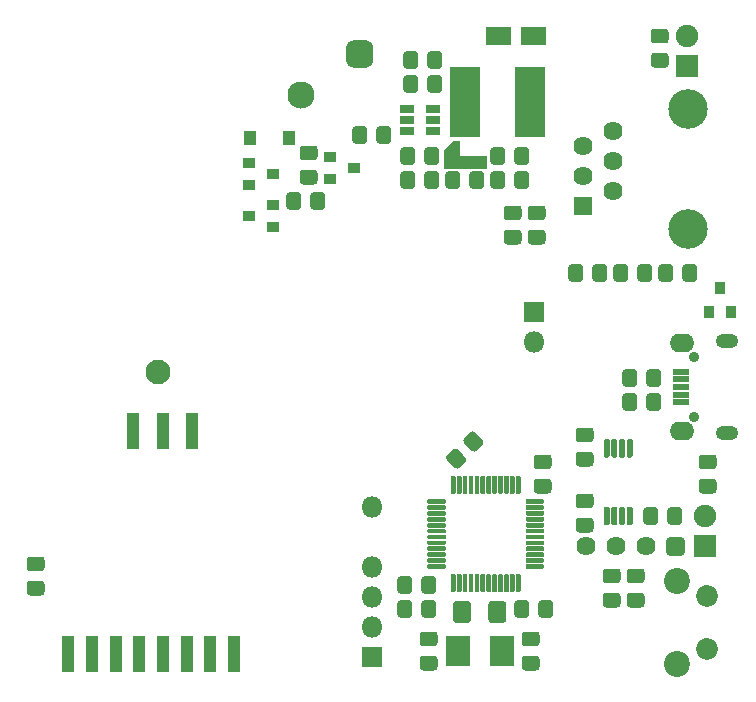
<source format=gbr>
%TF.GenerationSoftware,KiCad,Pcbnew,(5.1.6)-1*%
%TF.CreationDate,2021-04-28T12:39:19+02:00*%
%TF.ProjectId,wireless_button,77697265-6c65-4737-935f-627574746f6e,rev?*%
%TF.SameCoordinates,Original*%
%TF.FileFunction,Soldermask,Top*%
%TF.FilePolarity,Negative*%
%FSLAX46Y46*%
G04 Gerber Fmt 4.6, Leading zero omitted, Abs format (unit mm)*
G04 Created by KiCad (PCBNEW (5.1.6)-1) date 2021-04-28 12:39:19*
%MOMM*%
%LPD*%
G01*
G04 APERTURE LIST*
%ADD10C,0.100000*%
%ADD11O,1.800000X1.800000*%
%ADD12R,1.800000X1.800000*%
%ADD13R,1.000000X0.900000*%
%ADD14R,1.000000X1.300000*%
%ADD15C,2.300000*%
%ADD16R,1.160000X0.750000*%
%ADD17R,2.550000X6.000000*%
%ADD18R,1.500000X1.500000*%
%ADD19R,2.100000X2.500000*%
%ADD20C,2.100000*%
%ADD21C,1.900000*%
%ADD22R,1.900000X1.900000*%
%ADD23C,1.624000*%
%ADD24R,1.100000X3.100000*%
%ADD25R,0.900000X1.000000*%
%ADD26R,1.620000X1.620000*%
%ADD27C,3.350000*%
%ADD28C,1.620000*%
%ADD29O,0.900000X0.900000*%
%ADD30O,1.900000X1.250000*%
%ADD31O,2.100000X1.550000*%
%ADD32R,1.400000X0.550000*%
%ADD33C,2.200000*%
%ADD34C,1.850000*%
G04 APERTURE END LIST*
D10*
G36*
X113462000Y-83744000D02*
G01*
X115748000Y-83744000D01*
X115748000Y-84760000D01*
X112192000Y-84760000D01*
X112192000Y-83236000D01*
X112954000Y-82474000D01*
X113462000Y-82474000D01*
X113462000Y-83744000D01*
G37*
X113462000Y-83744000D02*
X115748000Y-83744000D01*
X115748000Y-84760000D01*
X112192000Y-84760000D01*
X112192000Y-83236000D01*
X112954000Y-82474000D01*
X113462000Y-82474000D01*
X113462000Y-83744000D01*
D11*
%TO.C,J5*%
X119812000Y-99492000D03*
D12*
X119812000Y-96952000D03*
%TD*%
%TO.C,R20*%
G36*
G01*
X120544262Y-89186000D02*
X119587738Y-89186000D01*
G75*
G02*
X119316000Y-88914262I0J271738D01*
G01*
X119316000Y-88207738D01*
G75*
G02*
X119587738Y-87936000I271738J0D01*
G01*
X120544262Y-87936000D01*
G75*
G02*
X120816000Y-88207738I0J-271738D01*
G01*
X120816000Y-88914262D01*
G75*
G02*
X120544262Y-89186000I-271738J0D01*
G01*
G37*
G36*
G01*
X120544262Y-91236000D02*
X119587738Y-91236000D01*
G75*
G02*
X119316000Y-90964262I0J271738D01*
G01*
X119316000Y-90257738D01*
G75*
G02*
X119587738Y-89986000I271738J0D01*
G01*
X120544262Y-89986000D01*
G75*
G02*
X120816000Y-90257738I0J-271738D01*
G01*
X120816000Y-90964262D01*
G75*
G02*
X120544262Y-91236000I-271738J0D01*
G01*
G37*
%TD*%
D13*
%TO.C,Q3*%
X97698000Y-85268000D03*
X95698000Y-86218000D03*
X95698000Y-84318000D03*
%TD*%
D14*
%TO.C,D3*%
X99110000Y-82220000D03*
X95810000Y-82220000D03*
%TD*%
%TO.C,R19*%
G36*
G01*
X100283738Y-84906000D02*
X101240262Y-84906000D01*
G75*
G02*
X101512000Y-85177738I0J-271738D01*
G01*
X101512000Y-85884262D01*
G75*
G02*
X101240262Y-86156000I-271738J0D01*
G01*
X100283738Y-86156000D01*
G75*
G02*
X100012000Y-85884262I0J271738D01*
G01*
X100012000Y-85177738D01*
G75*
G02*
X100283738Y-84906000I271738J0D01*
G01*
G37*
G36*
G01*
X100283738Y-82856000D02*
X101240262Y-82856000D01*
G75*
G02*
X101512000Y-83127738I0J-271738D01*
G01*
X101512000Y-83834262D01*
G75*
G02*
X101240262Y-84106000I-271738J0D01*
G01*
X100283738Y-84106000D01*
G75*
G02*
X100012000Y-83834262I0J271738D01*
G01*
X100012000Y-83127738D01*
G75*
G02*
X100283738Y-82856000I271738J0D01*
G01*
G37*
%TD*%
%TO.C,R18*%
G36*
G01*
X100908000Y-88032262D02*
X100908000Y-87075738D01*
G75*
G02*
X101179738Y-86804000I271738J0D01*
G01*
X101886262Y-86804000D01*
G75*
G02*
X102158000Y-87075738I0J-271738D01*
G01*
X102158000Y-88032262D01*
G75*
G02*
X101886262Y-88304000I-271738J0D01*
G01*
X101179738Y-88304000D01*
G75*
G02*
X100908000Y-88032262I0J271738D01*
G01*
G37*
G36*
G01*
X98858000Y-88032262D02*
X98858000Y-87075738D01*
G75*
G02*
X99129738Y-86804000I271738J0D01*
G01*
X99836262Y-86804000D01*
G75*
G02*
X100108000Y-87075738I0J-271738D01*
G01*
X100108000Y-88032262D01*
G75*
G02*
X99836262Y-88304000I-271738J0D01*
G01*
X99129738Y-88304000D01*
G75*
G02*
X98858000Y-88032262I0J271738D01*
G01*
G37*
%TD*%
%TO.C,R17*%
G36*
G01*
X118512262Y-89186000D02*
X117555738Y-89186000D01*
G75*
G02*
X117284000Y-88914262I0J271738D01*
G01*
X117284000Y-88207738D01*
G75*
G02*
X117555738Y-87936000I271738J0D01*
G01*
X118512262Y-87936000D01*
G75*
G02*
X118784000Y-88207738I0J-271738D01*
G01*
X118784000Y-88914262D01*
G75*
G02*
X118512262Y-89186000I-271738J0D01*
G01*
G37*
G36*
G01*
X118512262Y-91236000D02*
X117555738Y-91236000D01*
G75*
G02*
X117284000Y-90964262I0J271738D01*
G01*
X117284000Y-90257738D01*
G75*
G02*
X117555738Y-89986000I271738J0D01*
G01*
X118512262Y-89986000D01*
G75*
G02*
X118784000Y-90257738I0J-271738D01*
G01*
X118784000Y-90964262D01*
G75*
G02*
X118512262Y-91236000I-271738J0D01*
G01*
G37*
%TD*%
D13*
%TO.C,Q4*%
X104556000Y-84760000D03*
X102556000Y-85710000D03*
X102556000Y-83810000D03*
%TD*%
%TO.C,Q2*%
X95698000Y-88824000D03*
X97698000Y-87874000D03*
X97698000Y-89774000D03*
%TD*%
D15*
%TO.C,J6*%
X100080000Y-78608000D03*
G36*
G01*
X104505000Y-73958000D02*
X105655000Y-73958000D01*
G75*
G02*
X106230000Y-74533000I0J-575000D01*
G01*
X106230000Y-75683000D01*
G75*
G02*
X105655000Y-76258000I-575000J0D01*
G01*
X104505000Y-76258000D01*
G75*
G02*
X103930000Y-75683000I0J575000D01*
G01*
X103930000Y-74533000D01*
G75*
G02*
X104505000Y-73958000I575000J0D01*
G01*
G37*
%TD*%
D16*
%TO.C,U5*%
X109060000Y-80696000D03*
X109060000Y-81646000D03*
X109060000Y-79746000D03*
X111260000Y-79746000D03*
X111260000Y-80696000D03*
X111260000Y-81646000D03*
%TD*%
%TO.C,R16*%
G36*
G01*
X110560000Y-86254262D02*
X110560000Y-85297738D01*
G75*
G02*
X110831738Y-85026000I271738J0D01*
G01*
X111538262Y-85026000D01*
G75*
G02*
X111810000Y-85297738I0J-271738D01*
G01*
X111810000Y-86254262D01*
G75*
G02*
X111538262Y-86526000I-271738J0D01*
G01*
X110831738Y-86526000D01*
G75*
G02*
X110560000Y-86254262I0J271738D01*
G01*
G37*
G36*
G01*
X108510000Y-86254262D02*
X108510000Y-85297738D01*
G75*
G02*
X108781738Y-85026000I271738J0D01*
G01*
X109488262Y-85026000D01*
G75*
G02*
X109760000Y-85297738I0J-271738D01*
G01*
X109760000Y-86254262D01*
G75*
G02*
X109488262Y-86526000I-271738J0D01*
G01*
X108781738Y-86526000D01*
G75*
G02*
X108510000Y-86254262I0J271738D01*
G01*
G37*
%TD*%
%TO.C,R15*%
G36*
G01*
X114370000Y-86254262D02*
X114370000Y-85297738D01*
G75*
G02*
X114641738Y-85026000I271738J0D01*
G01*
X115348262Y-85026000D01*
G75*
G02*
X115620000Y-85297738I0J-271738D01*
G01*
X115620000Y-86254262D01*
G75*
G02*
X115348262Y-86526000I-271738J0D01*
G01*
X114641738Y-86526000D01*
G75*
G02*
X114370000Y-86254262I0J271738D01*
G01*
G37*
G36*
G01*
X112320000Y-86254262D02*
X112320000Y-85297738D01*
G75*
G02*
X112591738Y-85026000I271738J0D01*
G01*
X113298262Y-85026000D01*
G75*
G02*
X113570000Y-85297738I0J-271738D01*
G01*
X113570000Y-86254262D01*
G75*
G02*
X113298262Y-86526000I-271738J0D01*
G01*
X112591738Y-86526000D01*
G75*
G02*
X112320000Y-86254262I0J271738D01*
G01*
G37*
%TD*%
%TO.C,R14*%
G36*
G01*
X106496000Y-82444262D02*
X106496000Y-81487738D01*
G75*
G02*
X106767738Y-81216000I271738J0D01*
G01*
X107474262Y-81216000D01*
G75*
G02*
X107746000Y-81487738I0J-271738D01*
G01*
X107746000Y-82444262D01*
G75*
G02*
X107474262Y-82716000I-271738J0D01*
G01*
X106767738Y-82716000D01*
G75*
G02*
X106496000Y-82444262I0J271738D01*
G01*
G37*
G36*
G01*
X104446000Y-82444262D02*
X104446000Y-81487738D01*
G75*
G02*
X104717738Y-81216000I271738J0D01*
G01*
X105424262Y-81216000D01*
G75*
G02*
X105696000Y-81487738I0J-271738D01*
G01*
X105696000Y-82444262D01*
G75*
G02*
X105424262Y-82716000I-271738J0D01*
G01*
X104717738Y-82716000D01*
G75*
G02*
X104446000Y-82444262I0J271738D01*
G01*
G37*
%TD*%
D17*
%TO.C,L1*%
X119539000Y-79172000D03*
X113989000Y-79172000D03*
%TD*%
D10*
%TO.C,JP1*%
G36*
X119778245Y-74383039D02*
G01*
X119768866Y-74380194D01*
X119760221Y-74375573D01*
X119752645Y-74369355D01*
X119746397Y-74361735D01*
X119246397Y-73611735D01*
X119241786Y-73603086D01*
X119238951Y-73593703D01*
X119238000Y-73583948D01*
X119238971Y-73574194D01*
X119241826Y-73564818D01*
X119246397Y-73556265D01*
X119746397Y-72806265D01*
X119752608Y-72798682D01*
X119760178Y-72792456D01*
X119768818Y-72787826D01*
X119778194Y-72784971D01*
X119788000Y-72784000D01*
X120788000Y-72784000D01*
X120797755Y-72784961D01*
X120807134Y-72787806D01*
X120815779Y-72792427D01*
X120823355Y-72798645D01*
X120829573Y-72806221D01*
X120834194Y-72814866D01*
X120837039Y-72824245D01*
X120838000Y-72834000D01*
X120838000Y-74334000D01*
X120837039Y-74343755D01*
X120834194Y-74353134D01*
X120829573Y-74361779D01*
X120823355Y-74369355D01*
X120815779Y-74375573D01*
X120807134Y-74380194D01*
X120797755Y-74383039D01*
X120788000Y-74384000D01*
X119788000Y-74384000D01*
X119778245Y-74383039D01*
G37*
G36*
X116797755Y-72784961D02*
G01*
X116807134Y-72787806D01*
X116815779Y-72792427D01*
X116823355Y-72798645D01*
X116829603Y-72806265D01*
X117329603Y-73556265D01*
X117334214Y-73564914D01*
X117337049Y-73574297D01*
X117338000Y-73584052D01*
X117337029Y-73593806D01*
X117334174Y-73603182D01*
X117329603Y-73611735D01*
X116829603Y-74361735D01*
X116823392Y-74369318D01*
X116815822Y-74375544D01*
X116807182Y-74380174D01*
X116797806Y-74383029D01*
X116788000Y-74384000D01*
X115788000Y-74384000D01*
X115778245Y-74383039D01*
X115768866Y-74380194D01*
X115760221Y-74375573D01*
X115752645Y-74369355D01*
X115746427Y-74361779D01*
X115741806Y-74353134D01*
X115738961Y-74343755D01*
X115738000Y-74334000D01*
X115738000Y-72834000D01*
X115738961Y-72824245D01*
X115741806Y-72814866D01*
X115746427Y-72806221D01*
X115752645Y-72798645D01*
X115760221Y-72792427D01*
X115768866Y-72787806D01*
X115778245Y-72784961D01*
X115788000Y-72784000D01*
X116788000Y-72784000D01*
X116797755Y-72784961D01*
G37*
D18*
X117088000Y-73584000D03*
X119488000Y-73584000D03*
%TD*%
%TO.C,C13*%
G36*
G01*
X118180000Y-84222262D02*
X118180000Y-83265738D01*
G75*
G02*
X118451738Y-82994000I271738J0D01*
G01*
X119158262Y-82994000D01*
G75*
G02*
X119430000Y-83265738I0J-271738D01*
G01*
X119430000Y-84222262D01*
G75*
G02*
X119158262Y-84494000I-271738J0D01*
G01*
X118451738Y-84494000D01*
G75*
G02*
X118180000Y-84222262I0J271738D01*
G01*
G37*
G36*
G01*
X116130000Y-84222262D02*
X116130000Y-83265738D01*
G75*
G02*
X116401738Y-82994000I271738J0D01*
G01*
X117108262Y-82994000D01*
G75*
G02*
X117380000Y-83265738I0J-271738D01*
G01*
X117380000Y-84222262D01*
G75*
G02*
X117108262Y-84494000I-271738J0D01*
G01*
X116401738Y-84494000D01*
G75*
G02*
X116130000Y-84222262I0J271738D01*
G01*
G37*
%TD*%
%TO.C,C12*%
G36*
G01*
X118180000Y-86254262D02*
X118180000Y-85297738D01*
G75*
G02*
X118451738Y-85026000I271738J0D01*
G01*
X119158262Y-85026000D01*
G75*
G02*
X119430000Y-85297738I0J-271738D01*
G01*
X119430000Y-86254262D01*
G75*
G02*
X119158262Y-86526000I-271738J0D01*
G01*
X118451738Y-86526000D01*
G75*
G02*
X118180000Y-86254262I0J271738D01*
G01*
G37*
G36*
G01*
X116130000Y-86254262D02*
X116130000Y-85297738D01*
G75*
G02*
X116401738Y-85026000I271738J0D01*
G01*
X117108262Y-85026000D01*
G75*
G02*
X117380000Y-85297738I0J-271738D01*
G01*
X117380000Y-86254262D01*
G75*
G02*
X117108262Y-86526000I-271738J0D01*
G01*
X116401738Y-86526000D01*
G75*
G02*
X116130000Y-86254262I0J271738D01*
G01*
G37*
%TD*%
%TO.C,C11*%
G36*
G01*
X109760000Y-83265738D02*
X109760000Y-84222262D01*
G75*
G02*
X109488262Y-84494000I-271738J0D01*
G01*
X108781738Y-84494000D01*
G75*
G02*
X108510000Y-84222262I0J271738D01*
G01*
X108510000Y-83265738D01*
G75*
G02*
X108781738Y-82994000I271738J0D01*
G01*
X109488262Y-82994000D01*
G75*
G02*
X109760000Y-83265738I0J-271738D01*
G01*
G37*
G36*
G01*
X111810000Y-83265738D02*
X111810000Y-84222262D01*
G75*
G02*
X111538262Y-84494000I-271738J0D01*
G01*
X110831738Y-84494000D01*
G75*
G02*
X110560000Y-84222262I0J271738D01*
G01*
X110560000Y-83265738D01*
G75*
G02*
X110831738Y-82994000I271738J0D01*
G01*
X111538262Y-82994000D01*
G75*
G02*
X111810000Y-83265738I0J-271738D01*
G01*
G37*
%TD*%
%TO.C,C10*%
G36*
G01*
X110014000Y-77169738D02*
X110014000Y-78126262D01*
G75*
G02*
X109742262Y-78398000I-271738J0D01*
G01*
X109035738Y-78398000D01*
G75*
G02*
X108764000Y-78126262I0J271738D01*
G01*
X108764000Y-77169738D01*
G75*
G02*
X109035738Y-76898000I271738J0D01*
G01*
X109742262Y-76898000D01*
G75*
G02*
X110014000Y-77169738I0J-271738D01*
G01*
G37*
G36*
G01*
X112064000Y-77169738D02*
X112064000Y-78126262D01*
G75*
G02*
X111792262Y-78398000I-271738J0D01*
G01*
X111085738Y-78398000D01*
G75*
G02*
X110814000Y-78126262I0J271738D01*
G01*
X110814000Y-77169738D01*
G75*
G02*
X111085738Y-76898000I271738J0D01*
G01*
X111792262Y-76898000D01*
G75*
G02*
X112064000Y-77169738I0J-271738D01*
G01*
G37*
%TD*%
%TO.C,C9*%
G36*
G01*
X110014000Y-75137738D02*
X110014000Y-76094262D01*
G75*
G02*
X109742262Y-76366000I-271738J0D01*
G01*
X109035738Y-76366000D01*
G75*
G02*
X108764000Y-76094262I0J271738D01*
G01*
X108764000Y-75137738D01*
G75*
G02*
X109035738Y-74866000I271738J0D01*
G01*
X109742262Y-74866000D01*
G75*
G02*
X110014000Y-75137738I0J-271738D01*
G01*
G37*
G36*
G01*
X112064000Y-75137738D02*
X112064000Y-76094262D01*
G75*
G02*
X111792262Y-76366000I-271738J0D01*
G01*
X111085738Y-76366000D01*
G75*
G02*
X110814000Y-76094262I0J271738D01*
G01*
X110814000Y-75137738D01*
G75*
G02*
X111085738Y-74866000I271738J0D01*
G01*
X111792262Y-74866000D01*
G75*
G02*
X112064000Y-75137738I0J-271738D01*
G01*
G37*
%TD*%
%TO.C,R13*%
G36*
G01*
X124784000Y-94128262D02*
X124784000Y-93171738D01*
G75*
G02*
X125055738Y-92900000I271738J0D01*
G01*
X125762262Y-92900000D01*
G75*
G02*
X126034000Y-93171738I0J-271738D01*
G01*
X126034000Y-94128262D01*
G75*
G02*
X125762262Y-94400000I-271738J0D01*
G01*
X125055738Y-94400000D01*
G75*
G02*
X124784000Y-94128262I0J271738D01*
G01*
G37*
G36*
G01*
X122734000Y-94128262D02*
X122734000Y-93171738D01*
G75*
G02*
X123005738Y-92900000I271738J0D01*
G01*
X123712262Y-92900000D01*
G75*
G02*
X123984000Y-93171738I0J-271738D01*
G01*
X123984000Y-94128262D01*
G75*
G02*
X123712262Y-94400000I-271738J0D01*
G01*
X123005738Y-94400000D01*
G75*
G02*
X122734000Y-94128262I0J271738D01*
G01*
G37*
%TD*%
%TO.C,R12*%
G36*
G01*
X131604000Y-93171738D02*
X131604000Y-94128262D01*
G75*
G02*
X131332262Y-94400000I-271738J0D01*
G01*
X130625738Y-94400000D01*
G75*
G02*
X130354000Y-94128262I0J271738D01*
G01*
X130354000Y-93171738D01*
G75*
G02*
X130625738Y-92900000I271738J0D01*
G01*
X131332262Y-92900000D01*
G75*
G02*
X131604000Y-93171738I0J-271738D01*
G01*
G37*
G36*
G01*
X133654000Y-93171738D02*
X133654000Y-94128262D01*
G75*
G02*
X133382262Y-94400000I-271738J0D01*
G01*
X132675738Y-94400000D01*
G75*
G02*
X132404000Y-94128262I0J271738D01*
G01*
X132404000Y-93171738D01*
G75*
G02*
X132675738Y-92900000I271738J0D01*
G01*
X133382262Y-92900000D01*
G75*
G02*
X133654000Y-93171738I0J-271738D01*
G01*
G37*
%TD*%
%TO.C,R10*%
G36*
G01*
X127794000Y-93171738D02*
X127794000Y-94128262D01*
G75*
G02*
X127522262Y-94400000I-271738J0D01*
G01*
X126815738Y-94400000D01*
G75*
G02*
X126544000Y-94128262I0J271738D01*
G01*
X126544000Y-93171738D01*
G75*
G02*
X126815738Y-92900000I271738J0D01*
G01*
X127522262Y-92900000D01*
G75*
G02*
X127794000Y-93171738I0J-271738D01*
G01*
G37*
G36*
G01*
X129844000Y-93171738D02*
X129844000Y-94128262D01*
G75*
G02*
X129572262Y-94400000I-271738J0D01*
G01*
X128865738Y-94400000D01*
G75*
G02*
X128594000Y-94128262I0J271738D01*
G01*
X128594000Y-93171738D01*
G75*
G02*
X128865738Y-92900000I271738J0D01*
G01*
X129572262Y-92900000D01*
G75*
G02*
X129844000Y-93171738I0J-271738D01*
G01*
G37*
%TD*%
%TO.C,R9*%
G36*
G01*
X123651738Y-108782000D02*
X124608262Y-108782000D01*
G75*
G02*
X124880000Y-109053738I0J-271738D01*
G01*
X124880000Y-109760262D01*
G75*
G02*
X124608262Y-110032000I-271738J0D01*
G01*
X123651738Y-110032000D01*
G75*
G02*
X123380000Y-109760262I0J271738D01*
G01*
X123380000Y-109053738D01*
G75*
G02*
X123651738Y-108782000I271738J0D01*
G01*
G37*
G36*
G01*
X123651738Y-106732000D02*
X124608262Y-106732000D01*
G75*
G02*
X124880000Y-107003738I0J-271738D01*
G01*
X124880000Y-107710262D01*
G75*
G02*
X124608262Y-107982000I-271738J0D01*
G01*
X123651738Y-107982000D01*
G75*
G02*
X123380000Y-107710262I0J271738D01*
G01*
X123380000Y-107003738D01*
G75*
G02*
X123651738Y-106732000I271738J0D01*
G01*
G37*
%TD*%
%TO.C,C8*%
G36*
G01*
X78126262Y-118904000D02*
X77169738Y-118904000D01*
G75*
G02*
X76898000Y-118632262I0J271738D01*
G01*
X76898000Y-117925738D01*
G75*
G02*
X77169738Y-117654000I271738J0D01*
G01*
X78126262Y-117654000D01*
G75*
G02*
X78398000Y-117925738I0J-271738D01*
G01*
X78398000Y-118632262D01*
G75*
G02*
X78126262Y-118904000I-271738J0D01*
G01*
G37*
G36*
G01*
X78126262Y-120954000D02*
X77169738Y-120954000D01*
G75*
G02*
X76898000Y-120682262I0J271738D01*
G01*
X76898000Y-119975738D01*
G75*
G02*
X77169738Y-119704000I271738J0D01*
G01*
X78126262Y-119704000D01*
G75*
G02*
X78398000Y-119975738I0J-271738D01*
G01*
X78398000Y-120682262D01*
G75*
G02*
X78126262Y-120954000I-271738J0D01*
G01*
G37*
%TD*%
D19*
%TO.C,Y1*%
X113390000Y-125654000D03*
X117090000Y-125654000D03*
%TD*%
%TO.C,R11*%
G36*
G01*
X115965000Y-123009456D02*
X115965000Y-121694544D01*
G75*
G02*
X116232544Y-121427000I267544J0D01*
G01*
X117222456Y-121427000D01*
G75*
G02*
X117490000Y-121694544I0J-267544D01*
G01*
X117490000Y-123009456D01*
G75*
G02*
X117222456Y-123277000I-267544J0D01*
G01*
X116232544Y-123277000D01*
G75*
G02*
X115965000Y-123009456I0J267544D01*
G01*
G37*
G36*
G01*
X112990000Y-123009456D02*
X112990000Y-121694544D01*
G75*
G02*
X113257544Y-121427000I267544J0D01*
G01*
X114247456Y-121427000D01*
G75*
G02*
X114515000Y-121694544I0J-267544D01*
G01*
X114515000Y-123009456D01*
G75*
G02*
X114247456Y-123277000I-267544J0D01*
G01*
X113257544Y-123277000D01*
G75*
G02*
X112990000Y-123009456I0J267544D01*
G01*
G37*
%TD*%
%TO.C,C7*%
G36*
G01*
X110443738Y-126054000D02*
X111400262Y-126054000D01*
G75*
G02*
X111672000Y-126325738I0J-271738D01*
G01*
X111672000Y-127032262D01*
G75*
G02*
X111400262Y-127304000I-271738J0D01*
G01*
X110443738Y-127304000D01*
G75*
G02*
X110172000Y-127032262I0J271738D01*
G01*
X110172000Y-126325738D01*
G75*
G02*
X110443738Y-126054000I271738J0D01*
G01*
G37*
G36*
G01*
X110443738Y-124004000D02*
X111400262Y-124004000D01*
G75*
G02*
X111672000Y-124275738I0J-271738D01*
G01*
X111672000Y-124982262D01*
G75*
G02*
X111400262Y-125254000I-271738J0D01*
G01*
X110443738Y-125254000D01*
G75*
G02*
X110172000Y-124982262I0J271738D01*
G01*
X110172000Y-124275738D01*
G75*
G02*
X110443738Y-124004000I271738J0D01*
G01*
G37*
%TD*%
%TO.C,C6*%
G36*
G01*
X119079738Y-126054000D02*
X120036262Y-126054000D01*
G75*
G02*
X120308000Y-126325738I0J-271738D01*
G01*
X120308000Y-127032262D01*
G75*
G02*
X120036262Y-127304000I-271738J0D01*
G01*
X119079738Y-127304000D01*
G75*
G02*
X118808000Y-127032262I0J271738D01*
G01*
X118808000Y-126325738D01*
G75*
G02*
X119079738Y-126054000I271738J0D01*
G01*
G37*
G36*
G01*
X119079738Y-124004000D02*
X120036262Y-124004000D01*
G75*
G02*
X120308000Y-124275738I0J-271738D01*
G01*
X120308000Y-124982262D01*
G75*
G02*
X120036262Y-125254000I-271738J0D01*
G01*
X119079738Y-125254000D01*
G75*
G02*
X118808000Y-124982262I0J271738D01*
G01*
X118808000Y-124275738D01*
G75*
G02*
X119079738Y-124004000I271738J0D01*
G01*
G37*
%TD*%
D11*
%TO.C,J4*%
X106096000Y-113462000D03*
X106096000Y-118542000D03*
X106096000Y-121082000D03*
X106096000Y-123622000D03*
D12*
X106096000Y-126162000D03*
%TD*%
%TO.C,C5*%
G36*
G01*
X131134000Y-114702262D02*
X131134000Y-113745738D01*
G75*
G02*
X131405738Y-113474000I271738J0D01*
G01*
X132112262Y-113474000D01*
G75*
G02*
X132384000Y-113745738I0J-271738D01*
G01*
X132384000Y-114702262D01*
G75*
G02*
X132112262Y-114974000I-271738J0D01*
G01*
X131405738Y-114974000D01*
G75*
G02*
X131134000Y-114702262I0J271738D01*
G01*
G37*
G36*
G01*
X129084000Y-114702262D02*
X129084000Y-113745738D01*
G75*
G02*
X129355738Y-113474000I271738J0D01*
G01*
X130062262Y-113474000D01*
G75*
G02*
X130334000Y-113745738I0J-271738D01*
G01*
X130334000Y-114702262D01*
G75*
G02*
X130062262Y-114974000I-271738J0D01*
G01*
X129355738Y-114974000D01*
G75*
G02*
X129084000Y-114702262I0J271738D01*
G01*
G37*
%TD*%
%TO.C,R8*%
G36*
G01*
X128926262Y-119920000D02*
X127969738Y-119920000D01*
G75*
G02*
X127698000Y-119648262I0J271738D01*
G01*
X127698000Y-118941738D01*
G75*
G02*
X127969738Y-118670000I271738J0D01*
G01*
X128926262Y-118670000D01*
G75*
G02*
X129198000Y-118941738I0J-271738D01*
G01*
X129198000Y-119648262D01*
G75*
G02*
X128926262Y-119920000I-271738J0D01*
G01*
G37*
G36*
G01*
X128926262Y-121970000D02*
X127969738Y-121970000D01*
G75*
G02*
X127698000Y-121698262I0J271738D01*
G01*
X127698000Y-120991738D01*
G75*
G02*
X127969738Y-120720000I271738J0D01*
G01*
X128926262Y-120720000D01*
G75*
G02*
X129198000Y-120991738I0J-271738D01*
G01*
X129198000Y-121698262D01*
G75*
G02*
X128926262Y-121970000I-271738J0D01*
G01*
G37*
%TD*%
%TO.C,U4*%
G36*
G01*
X127815000Y-113436500D02*
X128065000Y-113436500D01*
G75*
G02*
X128190000Y-113561500I0J-125000D01*
G01*
X128190000Y-114886500D01*
G75*
G02*
X128065000Y-115011500I-125000J0D01*
G01*
X127815000Y-115011500D01*
G75*
G02*
X127690000Y-114886500I0J125000D01*
G01*
X127690000Y-113561500D01*
G75*
G02*
X127815000Y-113436500I125000J0D01*
G01*
G37*
G36*
G01*
X127165000Y-113436500D02*
X127415000Y-113436500D01*
G75*
G02*
X127540000Y-113561500I0J-125000D01*
G01*
X127540000Y-114886500D01*
G75*
G02*
X127415000Y-115011500I-125000J0D01*
G01*
X127165000Y-115011500D01*
G75*
G02*
X127040000Y-114886500I0J125000D01*
G01*
X127040000Y-113561500D01*
G75*
G02*
X127165000Y-113436500I125000J0D01*
G01*
G37*
G36*
G01*
X126515000Y-113436500D02*
X126765000Y-113436500D01*
G75*
G02*
X126890000Y-113561500I0J-125000D01*
G01*
X126890000Y-114886500D01*
G75*
G02*
X126765000Y-115011500I-125000J0D01*
G01*
X126515000Y-115011500D01*
G75*
G02*
X126390000Y-114886500I0J125000D01*
G01*
X126390000Y-113561500D01*
G75*
G02*
X126515000Y-113436500I125000J0D01*
G01*
G37*
G36*
G01*
X125865000Y-113436500D02*
X126115000Y-113436500D01*
G75*
G02*
X126240000Y-113561500I0J-125000D01*
G01*
X126240000Y-114886500D01*
G75*
G02*
X126115000Y-115011500I-125000J0D01*
G01*
X125865000Y-115011500D01*
G75*
G02*
X125740000Y-114886500I0J125000D01*
G01*
X125740000Y-113561500D01*
G75*
G02*
X125865000Y-113436500I125000J0D01*
G01*
G37*
G36*
G01*
X125865000Y-107711500D02*
X126115000Y-107711500D01*
G75*
G02*
X126240000Y-107836500I0J-125000D01*
G01*
X126240000Y-109161500D01*
G75*
G02*
X126115000Y-109286500I-125000J0D01*
G01*
X125865000Y-109286500D01*
G75*
G02*
X125740000Y-109161500I0J125000D01*
G01*
X125740000Y-107836500D01*
G75*
G02*
X125865000Y-107711500I125000J0D01*
G01*
G37*
G36*
G01*
X126515000Y-107711500D02*
X126765000Y-107711500D01*
G75*
G02*
X126890000Y-107836500I0J-125000D01*
G01*
X126890000Y-109161500D01*
G75*
G02*
X126765000Y-109286500I-125000J0D01*
G01*
X126515000Y-109286500D01*
G75*
G02*
X126390000Y-109161500I0J125000D01*
G01*
X126390000Y-107836500D01*
G75*
G02*
X126515000Y-107711500I125000J0D01*
G01*
G37*
G36*
G01*
X127165000Y-107711500D02*
X127415000Y-107711500D01*
G75*
G02*
X127540000Y-107836500I0J-125000D01*
G01*
X127540000Y-109161500D01*
G75*
G02*
X127415000Y-109286500I-125000J0D01*
G01*
X127165000Y-109286500D01*
G75*
G02*
X127040000Y-109161500I0J125000D01*
G01*
X127040000Y-107836500D01*
G75*
G02*
X127165000Y-107711500I125000J0D01*
G01*
G37*
G36*
G01*
X127815000Y-107711500D02*
X128065000Y-107711500D01*
G75*
G02*
X128190000Y-107836500I0J-125000D01*
G01*
X128190000Y-109161500D01*
G75*
G02*
X128065000Y-109286500I-125000J0D01*
G01*
X127815000Y-109286500D01*
G75*
G02*
X127690000Y-109161500I0J125000D01*
G01*
X127690000Y-107836500D01*
G75*
G02*
X127815000Y-107711500I125000J0D01*
G01*
G37*
%TD*%
%TO.C,R7*%
G36*
G01*
X109506000Y-121619738D02*
X109506000Y-122576262D01*
G75*
G02*
X109234262Y-122848000I-271738J0D01*
G01*
X108527738Y-122848000D01*
G75*
G02*
X108256000Y-122576262I0J271738D01*
G01*
X108256000Y-121619738D01*
G75*
G02*
X108527738Y-121348000I271738J0D01*
G01*
X109234262Y-121348000D01*
G75*
G02*
X109506000Y-121619738I0J-271738D01*
G01*
G37*
G36*
G01*
X111556000Y-121619738D02*
X111556000Y-122576262D01*
G75*
G02*
X111284262Y-122848000I-271738J0D01*
G01*
X110577738Y-122848000D01*
G75*
G02*
X110306000Y-122576262I0J271738D01*
G01*
X110306000Y-121619738D01*
G75*
G02*
X110577738Y-121348000I271738J0D01*
G01*
X111284262Y-121348000D01*
G75*
G02*
X111556000Y-121619738I0J-271738D01*
G01*
G37*
%TD*%
D20*
%TO.C,J3*%
X88000000Y-102000000D03*
%TD*%
%TO.C,C4*%
G36*
G01*
X121052262Y-110268000D02*
X120095738Y-110268000D01*
G75*
G02*
X119824000Y-109996262I0J271738D01*
G01*
X119824000Y-109289738D01*
G75*
G02*
X120095738Y-109018000I271738J0D01*
G01*
X121052262Y-109018000D01*
G75*
G02*
X121324000Y-109289738I0J-271738D01*
G01*
X121324000Y-109996262D01*
G75*
G02*
X121052262Y-110268000I-271738J0D01*
G01*
G37*
G36*
G01*
X121052262Y-112318000D02*
X120095738Y-112318000D01*
G75*
G02*
X119824000Y-112046262I0J271738D01*
G01*
X119824000Y-111339738D01*
G75*
G02*
X120095738Y-111068000I271738J0D01*
G01*
X121052262Y-111068000D01*
G75*
G02*
X121324000Y-111339738I0J-271738D01*
G01*
X121324000Y-112046262D01*
G75*
G02*
X121052262Y-112318000I-271738J0D01*
G01*
G37*
%TD*%
%TO.C,C3*%
G36*
G01*
X120212000Y-122576262D02*
X120212000Y-121619738D01*
G75*
G02*
X120483738Y-121348000I271738J0D01*
G01*
X121190262Y-121348000D01*
G75*
G02*
X121462000Y-121619738I0J-271738D01*
G01*
X121462000Y-122576262D01*
G75*
G02*
X121190262Y-122848000I-271738J0D01*
G01*
X120483738Y-122848000D01*
G75*
G02*
X120212000Y-122576262I0J271738D01*
G01*
G37*
G36*
G01*
X118162000Y-122576262D02*
X118162000Y-121619738D01*
G75*
G02*
X118433738Y-121348000I271738J0D01*
G01*
X119140262Y-121348000D01*
G75*
G02*
X119412000Y-121619738I0J-271738D01*
G01*
X119412000Y-122576262D01*
G75*
G02*
X119140262Y-122848000I-271738J0D01*
G01*
X118433738Y-122848000D01*
G75*
G02*
X118162000Y-122576262I0J271738D01*
G01*
G37*
%TD*%
%TO.C,C2*%
G36*
G01*
X109506000Y-119587738D02*
X109506000Y-120544262D01*
G75*
G02*
X109234262Y-120816000I-271738J0D01*
G01*
X108527738Y-120816000D01*
G75*
G02*
X108256000Y-120544262I0J271738D01*
G01*
X108256000Y-119587738D01*
G75*
G02*
X108527738Y-119316000I271738J0D01*
G01*
X109234262Y-119316000D01*
G75*
G02*
X109506000Y-119587738I0J-271738D01*
G01*
G37*
G36*
G01*
X111556000Y-119587738D02*
X111556000Y-120544262D01*
G75*
G02*
X111284262Y-120816000I-271738J0D01*
G01*
X110577738Y-120816000D01*
G75*
G02*
X110306000Y-120544262I0J271738D01*
G01*
X110306000Y-119587738D01*
G75*
G02*
X110577738Y-119316000I271738J0D01*
G01*
X111284262Y-119316000D01*
G75*
G02*
X111556000Y-119587738I0J-271738D01*
G01*
G37*
%TD*%
%TO.C,C1*%
G36*
G01*
X114591025Y-108691340D02*
X113914660Y-108014976D01*
G75*
G02*
X113914660Y-107630680I192148J192148D01*
G01*
X114414248Y-107131092D01*
G75*
G02*
X114798544Y-107131092I192148J-192148D01*
G01*
X115474908Y-107807456D01*
G75*
G02*
X115474908Y-108191752I-192148J-192148D01*
G01*
X114975320Y-108691340D01*
G75*
G02*
X114591024Y-108691340I-192148J192148D01*
G01*
G37*
G36*
G01*
X113141457Y-110140908D02*
X112465092Y-109464544D01*
G75*
G02*
X112465092Y-109080248I192148J192148D01*
G01*
X112964680Y-108580660D01*
G75*
G02*
X113348976Y-108580660I192148J-192148D01*
G01*
X114025340Y-109257024D01*
G75*
G02*
X114025340Y-109641320I-192148J-192148D01*
G01*
X113525752Y-110140908D01*
G75*
G02*
X113141456Y-110140908I-192148J192148D01*
G01*
G37*
%TD*%
%TO.C,R6*%
G36*
G01*
X130958262Y-74209000D02*
X130001738Y-74209000D01*
G75*
G02*
X129730000Y-73937262I0J271738D01*
G01*
X129730000Y-73230738D01*
G75*
G02*
X130001738Y-72959000I271738J0D01*
G01*
X130958262Y-72959000D01*
G75*
G02*
X131230000Y-73230738I0J-271738D01*
G01*
X131230000Y-73937262D01*
G75*
G02*
X130958262Y-74209000I-271738J0D01*
G01*
G37*
G36*
G01*
X130958262Y-76259000D02*
X130001738Y-76259000D01*
G75*
G02*
X129730000Y-75987262I0J271738D01*
G01*
X129730000Y-75280738D01*
G75*
G02*
X130001738Y-75009000I271738J0D01*
G01*
X130958262Y-75009000D01*
G75*
G02*
X131230000Y-75280738I0J-271738D01*
G01*
X131230000Y-75987262D01*
G75*
G02*
X130958262Y-76259000I-271738J0D01*
G01*
G37*
%TD*%
D21*
%TO.C,D2*%
X132766000Y-73584000D03*
D22*
X132766000Y-76124000D03*
%TD*%
%TO.C,R5*%
G36*
G01*
X124608262Y-113570000D02*
X123651738Y-113570000D01*
G75*
G02*
X123380000Y-113298262I0J271738D01*
G01*
X123380000Y-112591738D01*
G75*
G02*
X123651738Y-112320000I271738J0D01*
G01*
X124608262Y-112320000D01*
G75*
G02*
X124880000Y-112591738I0J-271738D01*
G01*
X124880000Y-113298262D01*
G75*
G02*
X124608262Y-113570000I-271738J0D01*
G01*
G37*
G36*
G01*
X124608262Y-115620000D02*
X123651738Y-115620000D01*
G75*
G02*
X123380000Y-115348262I0J271738D01*
G01*
X123380000Y-114641738D01*
G75*
G02*
X123651738Y-114370000I271738J0D01*
G01*
X124608262Y-114370000D01*
G75*
G02*
X124880000Y-114641738I0J-271738D01*
G01*
X124880000Y-115348262D01*
G75*
G02*
X124608262Y-115620000I-271738J0D01*
G01*
G37*
%TD*%
%TO.C,R4*%
G36*
G01*
X125937738Y-120720000D02*
X126894262Y-120720000D01*
G75*
G02*
X127166000Y-120991738I0J-271738D01*
G01*
X127166000Y-121698262D01*
G75*
G02*
X126894262Y-121970000I-271738J0D01*
G01*
X125937738Y-121970000D01*
G75*
G02*
X125666000Y-121698262I0J271738D01*
G01*
X125666000Y-120991738D01*
G75*
G02*
X125937738Y-120720000I271738J0D01*
G01*
G37*
G36*
G01*
X125937738Y-118670000D02*
X126894262Y-118670000D01*
G75*
G02*
X127166000Y-118941738I0J-271738D01*
G01*
X127166000Y-119648262D01*
G75*
G02*
X126894262Y-119920000I-271738J0D01*
G01*
X125937738Y-119920000D01*
G75*
G02*
X125666000Y-119648262I0J271738D01*
G01*
X125666000Y-118941738D01*
G75*
G02*
X125937738Y-118670000I271738J0D01*
G01*
G37*
%TD*%
D23*
%TO.C,U3*%
X124200000Y-116800000D03*
X126740000Y-116800000D03*
X129280000Y-116800000D03*
G36*
G01*
X132226000Y-117612000D02*
X131414000Y-117612000D01*
G75*
G02*
X131008000Y-117206000I0J406000D01*
G01*
X131008000Y-116394000D01*
G75*
G02*
X131414000Y-115988000I406000J0D01*
G01*
X132226000Y-115988000D01*
G75*
G02*
X132632000Y-116394000I0J-406000D01*
G01*
X132632000Y-117206000D01*
G75*
G02*
X132226000Y-117612000I-406000J0D01*
G01*
G37*
%TD*%
D24*
%TO.C,U2*%
X80418000Y-125908000D03*
X82418000Y-125908000D03*
X84418000Y-125908000D03*
X86418000Y-125908000D03*
X88418000Y-125908000D03*
X90418000Y-125908000D03*
X92418000Y-125908000D03*
X94418000Y-125908000D03*
X90918000Y-107008000D03*
X88418000Y-107008000D03*
X85918000Y-107008000D03*
%TD*%
%TO.C,R3*%
G36*
G01*
X134065738Y-111068000D02*
X135022262Y-111068000D01*
G75*
G02*
X135294000Y-111339738I0J-271738D01*
G01*
X135294000Y-112046262D01*
G75*
G02*
X135022262Y-112318000I-271738J0D01*
G01*
X134065738Y-112318000D01*
G75*
G02*
X133794000Y-112046262I0J271738D01*
G01*
X133794000Y-111339738D01*
G75*
G02*
X134065738Y-111068000I271738J0D01*
G01*
G37*
G36*
G01*
X134065738Y-109018000D02*
X135022262Y-109018000D01*
G75*
G02*
X135294000Y-109289738I0J-271738D01*
G01*
X135294000Y-109996262D01*
G75*
G02*
X135022262Y-110268000I-271738J0D01*
G01*
X134065738Y-110268000D01*
G75*
G02*
X133794000Y-109996262I0J271738D01*
G01*
X133794000Y-109289738D01*
G75*
G02*
X134065738Y-109018000I271738J0D01*
G01*
G37*
%TD*%
D25*
%TO.C,Q1*%
X135560000Y-94936000D03*
X136510000Y-96936000D03*
X134610000Y-96936000D03*
%TD*%
D21*
%TO.C,D1*%
X134290000Y-114224000D03*
D22*
X134290000Y-116764000D03*
%TD*%
%TO.C,R2*%
G36*
G01*
X129356000Y-105050262D02*
X129356000Y-104093738D01*
G75*
G02*
X129627738Y-103822000I271738J0D01*
G01*
X130334262Y-103822000D01*
G75*
G02*
X130606000Y-104093738I0J-271738D01*
G01*
X130606000Y-105050262D01*
G75*
G02*
X130334262Y-105322000I-271738J0D01*
G01*
X129627738Y-105322000D01*
G75*
G02*
X129356000Y-105050262I0J271738D01*
G01*
G37*
G36*
G01*
X127306000Y-105050262D02*
X127306000Y-104093738D01*
G75*
G02*
X127577738Y-103822000I271738J0D01*
G01*
X128284262Y-103822000D01*
G75*
G02*
X128556000Y-104093738I0J-271738D01*
G01*
X128556000Y-105050262D01*
G75*
G02*
X128284262Y-105322000I-271738J0D01*
G01*
X127577738Y-105322000D01*
G75*
G02*
X127306000Y-105050262I0J271738D01*
G01*
G37*
%TD*%
D26*
%TO.C,J2*%
X124000000Y-88000000D03*
D27*
X132890000Y-89910000D03*
D28*
X126540000Y-86730000D03*
X124000000Y-85460000D03*
X126540000Y-84190000D03*
X124000000Y-82920000D03*
X126540000Y-81650000D03*
D27*
X132890000Y-79750000D03*
%TD*%
%TO.C,R1*%
G36*
G01*
X129356000Y-103018262D02*
X129356000Y-102061738D01*
G75*
G02*
X129627738Y-101790000I271738J0D01*
G01*
X130334262Y-101790000D01*
G75*
G02*
X130606000Y-102061738I0J-271738D01*
G01*
X130606000Y-103018262D01*
G75*
G02*
X130334262Y-103290000I-271738J0D01*
G01*
X129627738Y-103290000D01*
G75*
G02*
X129356000Y-103018262I0J271738D01*
G01*
G37*
G36*
G01*
X127306000Y-103018262D02*
X127306000Y-102061738D01*
G75*
G02*
X127577738Y-101790000I271738J0D01*
G01*
X128284262Y-101790000D01*
G75*
G02*
X128556000Y-102061738I0J-271738D01*
G01*
X128556000Y-103018262D01*
G75*
G02*
X128284262Y-103290000I-271738J0D01*
G01*
X127577738Y-103290000D01*
G75*
G02*
X127306000Y-103018262I0J271738D01*
G01*
G37*
%TD*%
D29*
%TO.C,J1*%
X133400000Y-100802000D03*
X133400000Y-105802000D03*
D30*
X136150000Y-99427000D03*
X136150000Y-107177000D03*
D31*
X132350000Y-99577000D03*
X132350000Y-107027000D03*
D32*
X132300000Y-102002000D03*
X132300000Y-102652000D03*
X132300000Y-103302000D03*
X132300000Y-103952000D03*
X132300000Y-104602000D03*
%TD*%
D33*
%TO.C,SW1*%
X131975000Y-119705000D03*
D34*
X134465000Y-120955000D03*
X134465000Y-125455000D03*
D33*
X131975000Y-126715000D03*
%TD*%
%TO.C,U1*%
G36*
G01*
X112273000Y-118698000D02*
X110898000Y-118698000D01*
G75*
G02*
X110798000Y-118598000I0J100000D01*
G01*
X110798000Y-118398000D01*
G75*
G02*
X110898000Y-118298000I100000J0D01*
G01*
X112273000Y-118298000D01*
G75*
G02*
X112373000Y-118398000I0J-100000D01*
G01*
X112373000Y-118598000D01*
G75*
G02*
X112273000Y-118698000I-100000J0D01*
G01*
G37*
G36*
G01*
X112273000Y-118198000D02*
X110898000Y-118198000D01*
G75*
G02*
X110798000Y-118098000I0J100000D01*
G01*
X110798000Y-117898000D01*
G75*
G02*
X110898000Y-117798000I100000J0D01*
G01*
X112273000Y-117798000D01*
G75*
G02*
X112373000Y-117898000I0J-100000D01*
G01*
X112373000Y-118098000D01*
G75*
G02*
X112273000Y-118198000I-100000J0D01*
G01*
G37*
G36*
G01*
X112273000Y-117698000D02*
X110898000Y-117698000D01*
G75*
G02*
X110798000Y-117598000I0J100000D01*
G01*
X110798000Y-117398000D01*
G75*
G02*
X110898000Y-117298000I100000J0D01*
G01*
X112273000Y-117298000D01*
G75*
G02*
X112373000Y-117398000I0J-100000D01*
G01*
X112373000Y-117598000D01*
G75*
G02*
X112273000Y-117698000I-100000J0D01*
G01*
G37*
G36*
G01*
X112273000Y-117198000D02*
X110898000Y-117198000D01*
G75*
G02*
X110798000Y-117098000I0J100000D01*
G01*
X110798000Y-116898000D01*
G75*
G02*
X110898000Y-116798000I100000J0D01*
G01*
X112273000Y-116798000D01*
G75*
G02*
X112373000Y-116898000I0J-100000D01*
G01*
X112373000Y-117098000D01*
G75*
G02*
X112273000Y-117198000I-100000J0D01*
G01*
G37*
G36*
G01*
X112273000Y-116698000D02*
X110898000Y-116698000D01*
G75*
G02*
X110798000Y-116598000I0J100000D01*
G01*
X110798000Y-116398000D01*
G75*
G02*
X110898000Y-116298000I100000J0D01*
G01*
X112273000Y-116298000D01*
G75*
G02*
X112373000Y-116398000I0J-100000D01*
G01*
X112373000Y-116598000D01*
G75*
G02*
X112273000Y-116698000I-100000J0D01*
G01*
G37*
G36*
G01*
X112273000Y-116198000D02*
X110898000Y-116198000D01*
G75*
G02*
X110798000Y-116098000I0J100000D01*
G01*
X110798000Y-115898000D01*
G75*
G02*
X110898000Y-115798000I100000J0D01*
G01*
X112273000Y-115798000D01*
G75*
G02*
X112373000Y-115898000I0J-100000D01*
G01*
X112373000Y-116098000D01*
G75*
G02*
X112273000Y-116198000I-100000J0D01*
G01*
G37*
G36*
G01*
X112273000Y-115698000D02*
X110898000Y-115698000D01*
G75*
G02*
X110798000Y-115598000I0J100000D01*
G01*
X110798000Y-115398000D01*
G75*
G02*
X110898000Y-115298000I100000J0D01*
G01*
X112273000Y-115298000D01*
G75*
G02*
X112373000Y-115398000I0J-100000D01*
G01*
X112373000Y-115598000D01*
G75*
G02*
X112273000Y-115698000I-100000J0D01*
G01*
G37*
G36*
G01*
X112273000Y-115198000D02*
X110898000Y-115198000D01*
G75*
G02*
X110798000Y-115098000I0J100000D01*
G01*
X110798000Y-114898000D01*
G75*
G02*
X110898000Y-114798000I100000J0D01*
G01*
X112273000Y-114798000D01*
G75*
G02*
X112373000Y-114898000I0J-100000D01*
G01*
X112373000Y-115098000D01*
G75*
G02*
X112273000Y-115198000I-100000J0D01*
G01*
G37*
G36*
G01*
X112273000Y-114698000D02*
X110898000Y-114698000D01*
G75*
G02*
X110798000Y-114598000I0J100000D01*
G01*
X110798000Y-114398000D01*
G75*
G02*
X110898000Y-114298000I100000J0D01*
G01*
X112273000Y-114298000D01*
G75*
G02*
X112373000Y-114398000I0J-100000D01*
G01*
X112373000Y-114598000D01*
G75*
G02*
X112273000Y-114698000I-100000J0D01*
G01*
G37*
G36*
G01*
X112273000Y-114198000D02*
X110898000Y-114198000D01*
G75*
G02*
X110798000Y-114098000I0J100000D01*
G01*
X110798000Y-113898000D01*
G75*
G02*
X110898000Y-113798000I100000J0D01*
G01*
X112273000Y-113798000D01*
G75*
G02*
X112373000Y-113898000I0J-100000D01*
G01*
X112373000Y-114098000D01*
G75*
G02*
X112273000Y-114198000I-100000J0D01*
G01*
G37*
G36*
G01*
X112273000Y-113698000D02*
X110898000Y-113698000D01*
G75*
G02*
X110798000Y-113598000I0J100000D01*
G01*
X110798000Y-113398000D01*
G75*
G02*
X110898000Y-113298000I100000J0D01*
G01*
X112273000Y-113298000D01*
G75*
G02*
X112373000Y-113398000I0J-100000D01*
G01*
X112373000Y-113598000D01*
G75*
G02*
X112273000Y-113698000I-100000J0D01*
G01*
G37*
G36*
G01*
X112273000Y-113198000D02*
X110898000Y-113198000D01*
G75*
G02*
X110798000Y-113098000I0J100000D01*
G01*
X110798000Y-112898000D01*
G75*
G02*
X110898000Y-112798000I100000J0D01*
G01*
X112273000Y-112798000D01*
G75*
G02*
X112373000Y-112898000I0J-100000D01*
G01*
X112373000Y-113098000D01*
G75*
G02*
X112273000Y-113198000I-100000J0D01*
G01*
G37*
G36*
G01*
X113098000Y-112373000D02*
X112898000Y-112373000D01*
G75*
G02*
X112798000Y-112273000I0J100000D01*
G01*
X112798000Y-110898000D01*
G75*
G02*
X112898000Y-110798000I100000J0D01*
G01*
X113098000Y-110798000D01*
G75*
G02*
X113198000Y-110898000I0J-100000D01*
G01*
X113198000Y-112273000D01*
G75*
G02*
X113098000Y-112373000I-100000J0D01*
G01*
G37*
G36*
G01*
X113598000Y-112373000D02*
X113398000Y-112373000D01*
G75*
G02*
X113298000Y-112273000I0J100000D01*
G01*
X113298000Y-110898000D01*
G75*
G02*
X113398000Y-110798000I100000J0D01*
G01*
X113598000Y-110798000D01*
G75*
G02*
X113698000Y-110898000I0J-100000D01*
G01*
X113698000Y-112273000D01*
G75*
G02*
X113598000Y-112373000I-100000J0D01*
G01*
G37*
G36*
G01*
X114098000Y-112373000D02*
X113898000Y-112373000D01*
G75*
G02*
X113798000Y-112273000I0J100000D01*
G01*
X113798000Y-110898000D01*
G75*
G02*
X113898000Y-110798000I100000J0D01*
G01*
X114098000Y-110798000D01*
G75*
G02*
X114198000Y-110898000I0J-100000D01*
G01*
X114198000Y-112273000D01*
G75*
G02*
X114098000Y-112373000I-100000J0D01*
G01*
G37*
G36*
G01*
X114598000Y-112373000D02*
X114398000Y-112373000D01*
G75*
G02*
X114298000Y-112273000I0J100000D01*
G01*
X114298000Y-110898000D01*
G75*
G02*
X114398000Y-110798000I100000J0D01*
G01*
X114598000Y-110798000D01*
G75*
G02*
X114698000Y-110898000I0J-100000D01*
G01*
X114698000Y-112273000D01*
G75*
G02*
X114598000Y-112373000I-100000J0D01*
G01*
G37*
G36*
G01*
X115098000Y-112373000D02*
X114898000Y-112373000D01*
G75*
G02*
X114798000Y-112273000I0J100000D01*
G01*
X114798000Y-110898000D01*
G75*
G02*
X114898000Y-110798000I100000J0D01*
G01*
X115098000Y-110798000D01*
G75*
G02*
X115198000Y-110898000I0J-100000D01*
G01*
X115198000Y-112273000D01*
G75*
G02*
X115098000Y-112373000I-100000J0D01*
G01*
G37*
G36*
G01*
X115598000Y-112373000D02*
X115398000Y-112373000D01*
G75*
G02*
X115298000Y-112273000I0J100000D01*
G01*
X115298000Y-110898000D01*
G75*
G02*
X115398000Y-110798000I100000J0D01*
G01*
X115598000Y-110798000D01*
G75*
G02*
X115698000Y-110898000I0J-100000D01*
G01*
X115698000Y-112273000D01*
G75*
G02*
X115598000Y-112373000I-100000J0D01*
G01*
G37*
G36*
G01*
X116098000Y-112373000D02*
X115898000Y-112373000D01*
G75*
G02*
X115798000Y-112273000I0J100000D01*
G01*
X115798000Y-110898000D01*
G75*
G02*
X115898000Y-110798000I100000J0D01*
G01*
X116098000Y-110798000D01*
G75*
G02*
X116198000Y-110898000I0J-100000D01*
G01*
X116198000Y-112273000D01*
G75*
G02*
X116098000Y-112373000I-100000J0D01*
G01*
G37*
G36*
G01*
X116598000Y-112373000D02*
X116398000Y-112373000D01*
G75*
G02*
X116298000Y-112273000I0J100000D01*
G01*
X116298000Y-110898000D01*
G75*
G02*
X116398000Y-110798000I100000J0D01*
G01*
X116598000Y-110798000D01*
G75*
G02*
X116698000Y-110898000I0J-100000D01*
G01*
X116698000Y-112273000D01*
G75*
G02*
X116598000Y-112373000I-100000J0D01*
G01*
G37*
G36*
G01*
X117098000Y-112373000D02*
X116898000Y-112373000D01*
G75*
G02*
X116798000Y-112273000I0J100000D01*
G01*
X116798000Y-110898000D01*
G75*
G02*
X116898000Y-110798000I100000J0D01*
G01*
X117098000Y-110798000D01*
G75*
G02*
X117198000Y-110898000I0J-100000D01*
G01*
X117198000Y-112273000D01*
G75*
G02*
X117098000Y-112373000I-100000J0D01*
G01*
G37*
G36*
G01*
X117598000Y-112373000D02*
X117398000Y-112373000D01*
G75*
G02*
X117298000Y-112273000I0J100000D01*
G01*
X117298000Y-110898000D01*
G75*
G02*
X117398000Y-110798000I100000J0D01*
G01*
X117598000Y-110798000D01*
G75*
G02*
X117698000Y-110898000I0J-100000D01*
G01*
X117698000Y-112273000D01*
G75*
G02*
X117598000Y-112373000I-100000J0D01*
G01*
G37*
G36*
G01*
X118098000Y-112373000D02*
X117898000Y-112373000D01*
G75*
G02*
X117798000Y-112273000I0J100000D01*
G01*
X117798000Y-110898000D01*
G75*
G02*
X117898000Y-110798000I100000J0D01*
G01*
X118098000Y-110798000D01*
G75*
G02*
X118198000Y-110898000I0J-100000D01*
G01*
X118198000Y-112273000D01*
G75*
G02*
X118098000Y-112373000I-100000J0D01*
G01*
G37*
G36*
G01*
X118598000Y-112373000D02*
X118398000Y-112373000D01*
G75*
G02*
X118298000Y-112273000I0J100000D01*
G01*
X118298000Y-110898000D01*
G75*
G02*
X118398000Y-110798000I100000J0D01*
G01*
X118598000Y-110798000D01*
G75*
G02*
X118698000Y-110898000I0J-100000D01*
G01*
X118698000Y-112273000D01*
G75*
G02*
X118598000Y-112373000I-100000J0D01*
G01*
G37*
G36*
G01*
X120598000Y-113198000D02*
X119223000Y-113198000D01*
G75*
G02*
X119123000Y-113098000I0J100000D01*
G01*
X119123000Y-112898000D01*
G75*
G02*
X119223000Y-112798000I100000J0D01*
G01*
X120598000Y-112798000D01*
G75*
G02*
X120698000Y-112898000I0J-100000D01*
G01*
X120698000Y-113098000D01*
G75*
G02*
X120598000Y-113198000I-100000J0D01*
G01*
G37*
G36*
G01*
X120598000Y-113698000D02*
X119223000Y-113698000D01*
G75*
G02*
X119123000Y-113598000I0J100000D01*
G01*
X119123000Y-113398000D01*
G75*
G02*
X119223000Y-113298000I100000J0D01*
G01*
X120598000Y-113298000D01*
G75*
G02*
X120698000Y-113398000I0J-100000D01*
G01*
X120698000Y-113598000D01*
G75*
G02*
X120598000Y-113698000I-100000J0D01*
G01*
G37*
G36*
G01*
X120598000Y-114198000D02*
X119223000Y-114198000D01*
G75*
G02*
X119123000Y-114098000I0J100000D01*
G01*
X119123000Y-113898000D01*
G75*
G02*
X119223000Y-113798000I100000J0D01*
G01*
X120598000Y-113798000D01*
G75*
G02*
X120698000Y-113898000I0J-100000D01*
G01*
X120698000Y-114098000D01*
G75*
G02*
X120598000Y-114198000I-100000J0D01*
G01*
G37*
G36*
G01*
X120598000Y-114698000D02*
X119223000Y-114698000D01*
G75*
G02*
X119123000Y-114598000I0J100000D01*
G01*
X119123000Y-114398000D01*
G75*
G02*
X119223000Y-114298000I100000J0D01*
G01*
X120598000Y-114298000D01*
G75*
G02*
X120698000Y-114398000I0J-100000D01*
G01*
X120698000Y-114598000D01*
G75*
G02*
X120598000Y-114698000I-100000J0D01*
G01*
G37*
G36*
G01*
X120598000Y-115198000D02*
X119223000Y-115198000D01*
G75*
G02*
X119123000Y-115098000I0J100000D01*
G01*
X119123000Y-114898000D01*
G75*
G02*
X119223000Y-114798000I100000J0D01*
G01*
X120598000Y-114798000D01*
G75*
G02*
X120698000Y-114898000I0J-100000D01*
G01*
X120698000Y-115098000D01*
G75*
G02*
X120598000Y-115198000I-100000J0D01*
G01*
G37*
G36*
G01*
X120598000Y-115698000D02*
X119223000Y-115698000D01*
G75*
G02*
X119123000Y-115598000I0J100000D01*
G01*
X119123000Y-115398000D01*
G75*
G02*
X119223000Y-115298000I100000J0D01*
G01*
X120598000Y-115298000D01*
G75*
G02*
X120698000Y-115398000I0J-100000D01*
G01*
X120698000Y-115598000D01*
G75*
G02*
X120598000Y-115698000I-100000J0D01*
G01*
G37*
G36*
G01*
X120598000Y-116198000D02*
X119223000Y-116198000D01*
G75*
G02*
X119123000Y-116098000I0J100000D01*
G01*
X119123000Y-115898000D01*
G75*
G02*
X119223000Y-115798000I100000J0D01*
G01*
X120598000Y-115798000D01*
G75*
G02*
X120698000Y-115898000I0J-100000D01*
G01*
X120698000Y-116098000D01*
G75*
G02*
X120598000Y-116198000I-100000J0D01*
G01*
G37*
G36*
G01*
X120598000Y-116698000D02*
X119223000Y-116698000D01*
G75*
G02*
X119123000Y-116598000I0J100000D01*
G01*
X119123000Y-116398000D01*
G75*
G02*
X119223000Y-116298000I100000J0D01*
G01*
X120598000Y-116298000D01*
G75*
G02*
X120698000Y-116398000I0J-100000D01*
G01*
X120698000Y-116598000D01*
G75*
G02*
X120598000Y-116698000I-100000J0D01*
G01*
G37*
G36*
G01*
X120598000Y-117198000D02*
X119223000Y-117198000D01*
G75*
G02*
X119123000Y-117098000I0J100000D01*
G01*
X119123000Y-116898000D01*
G75*
G02*
X119223000Y-116798000I100000J0D01*
G01*
X120598000Y-116798000D01*
G75*
G02*
X120698000Y-116898000I0J-100000D01*
G01*
X120698000Y-117098000D01*
G75*
G02*
X120598000Y-117198000I-100000J0D01*
G01*
G37*
G36*
G01*
X120598000Y-117698000D02*
X119223000Y-117698000D01*
G75*
G02*
X119123000Y-117598000I0J100000D01*
G01*
X119123000Y-117398000D01*
G75*
G02*
X119223000Y-117298000I100000J0D01*
G01*
X120598000Y-117298000D01*
G75*
G02*
X120698000Y-117398000I0J-100000D01*
G01*
X120698000Y-117598000D01*
G75*
G02*
X120598000Y-117698000I-100000J0D01*
G01*
G37*
G36*
G01*
X120598000Y-118198000D02*
X119223000Y-118198000D01*
G75*
G02*
X119123000Y-118098000I0J100000D01*
G01*
X119123000Y-117898000D01*
G75*
G02*
X119223000Y-117798000I100000J0D01*
G01*
X120598000Y-117798000D01*
G75*
G02*
X120698000Y-117898000I0J-100000D01*
G01*
X120698000Y-118098000D01*
G75*
G02*
X120598000Y-118198000I-100000J0D01*
G01*
G37*
G36*
G01*
X120598000Y-118698000D02*
X119223000Y-118698000D01*
G75*
G02*
X119123000Y-118598000I0J100000D01*
G01*
X119123000Y-118398000D01*
G75*
G02*
X119223000Y-118298000I100000J0D01*
G01*
X120598000Y-118298000D01*
G75*
G02*
X120698000Y-118398000I0J-100000D01*
G01*
X120698000Y-118598000D01*
G75*
G02*
X120598000Y-118698000I-100000J0D01*
G01*
G37*
G36*
G01*
X118598000Y-120698000D02*
X118398000Y-120698000D01*
G75*
G02*
X118298000Y-120598000I0J100000D01*
G01*
X118298000Y-119223000D01*
G75*
G02*
X118398000Y-119123000I100000J0D01*
G01*
X118598000Y-119123000D01*
G75*
G02*
X118698000Y-119223000I0J-100000D01*
G01*
X118698000Y-120598000D01*
G75*
G02*
X118598000Y-120698000I-100000J0D01*
G01*
G37*
G36*
G01*
X118098000Y-120698000D02*
X117898000Y-120698000D01*
G75*
G02*
X117798000Y-120598000I0J100000D01*
G01*
X117798000Y-119223000D01*
G75*
G02*
X117898000Y-119123000I100000J0D01*
G01*
X118098000Y-119123000D01*
G75*
G02*
X118198000Y-119223000I0J-100000D01*
G01*
X118198000Y-120598000D01*
G75*
G02*
X118098000Y-120698000I-100000J0D01*
G01*
G37*
G36*
G01*
X117598000Y-120698000D02*
X117398000Y-120698000D01*
G75*
G02*
X117298000Y-120598000I0J100000D01*
G01*
X117298000Y-119223000D01*
G75*
G02*
X117398000Y-119123000I100000J0D01*
G01*
X117598000Y-119123000D01*
G75*
G02*
X117698000Y-119223000I0J-100000D01*
G01*
X117698000Y-120598000D01*
G75*
G02*
X117598000Y-120698000I-100000J0D01*
G01*
G37*
G36*
G01*
X117098000Y-120698000D02*
X116898000Y-120698000D01*
G75*
G02*
X116798000Y-120598000I0J100000D01*
G01*
X116798000Y-119223000D01*
G75*
G02*
X116898000Y-119123000I100000J0D01*
G01*
X117098000Y-119123000D01*
G75*
G02*
X117198000Y-119223000I0J-100000D01*
G01*
X117198000Y-120598000D01*
G75*
G02*
X117098000Y-120698000I-100000J0D01*
G01*
G37*
G36*
G01*
X116598000Y-120698000D02*
X116398000Y-120698000D01*
G75*
G02*
X116298000Y-120598000I0J100000D01*
G01*
X116298000Y-119223000D01*
G75*
G02*
X116398000Y-119123000I100000J0D01*
G01*
X116598000Y-119123000D01*
G75*
G02*
X116698000Y-119223000I0J-100000D01*
G01*
X116698000Y-120598000D01*
G75*
G02*
X116598000Y-120698000I-100000J0D01*
G01*
G37*
G36*
G01*
X116098000Y-120698000D02*
X115898000Y-120698000D01*
G75*
G02*
X115798000Y-120598000I0J100000D01*
G01*
X115798000Y-119223000D01*
G75*
G02*
X115898000Y-119123000I100000J0D01*
G01*
X116098000Y-119123000D01*
G75*
G02*
X116198000Y-119223000I0J-100000D01*
G01*
X116198000Y-120598000D01*
G75*
G02*
X116098000Y-120698000I-100000J0D01*
G01*
G37*
G36*
G01*
X115598000Y-120698000D02*
X115398000Y-120698000D01*
G75*
G02*
X115298000Y-120598000I0J100000D01*
G01*
X115298000Y-119223000D01*
G75*
G02*
X115398000Y-119123000I100000J0D01*
G01*
X115598000Y-119123000D01*
G75*
G02*
X115698000Y-119223000I0J-100000D01*
G01*
X115698000Y-120598000D01*
G75*
G02*
X115598000Y-120698000I-100000J0D01*
G01*
G37*
G36*
G01*
X115098000Y-120698000D02*
X114898000Y-120698000D01*
G75*
G02*
X114798000Y-120598000I0J100000D01*
G01*
X114798000Y-119223000D01*
G75*
G02*
X114898000Y-119123000I100000J0D01*
G01*
X115098000Y-119123000D01*
G75*
G02*
X115198000Y-119223000I0J-100000D01*
G01*
X115198000Y-120598000D01*
G75*
G02*
X115098000Y-120698000I-100000J0D01*
G01*
G37*
G36*
G01*
X114598000Y-120698000D02*
X114398000Y-120698000D01*
G75*
G02*
X114298000Y-120598000I0J100000D01*
G01*
X114298000Y-119223000D01*
G75*
G02*
X114398000Y-119123000I100000J0D01*
G01*
X114598000Y-119123000D01*
G75*
G02*
X114698000Y-119223000I0J-100000D01*
G01*
X114698000Y-120598000D01*
G75*
G02*
X114598000Y-120698000I-100000J0D01*
G01*
G37*
G36*
G01*
X114098000Y-120698000D02*
X113898000Y-120698000D01*
G75*
G02*
X113798000Y-120598000I0J100000D01*
G01*
X113798000Y-119223000D01*
G75*
G02*
X113898000Y-119123000I100000J0D01*
G01*
X114098000Y-119123000D01*
G75*
G02*
X114198000Y-119223000I0J-100000D01*
G01*
X114198000Y-120598000D01*
G75*
G02*
X114098000Y-120698000I-100000J0D01*
G01*
G37*
G36*
G01*
X113598000Y-120698000D02*
X113398000Y-120698000D01*
G75*
G02*
X113298000Y-120598000I0J100000D01*
G01*
X113298000Y-119223000D01*
G75*
G02*
X113398000Y-119123000I100000J0D01*
G01*
X113598000Y-119123000D01*
G75*
G02*
X113698000Y-119223000I0J-100000D01*
G01*
X113698000Y-120598000D01*
G75*
G02*
X113598000Y-120698000I-100000J0D01*
G01*
G37*
G36*
G01*
X113098000Y-120698000D02*
X112898000Y-120698000D01*
G75*
G02*
X112798000Y-120598000I0J100000D01*
G01*
X112798000Y-119223000D01*
G75*
G02*
X112898000Y-119123000I100000J0D01*
G01*
X113098000Y-119123000D01*
G75*
G02*
X113198000Y-119223000I0J-100000D01*
G01*
X113198000Y-120598000D01*
G75*
G02*
X113098000Y-120698000I-100000J0D01*
G01*
G37*
%TD*%
M02*

</source>
